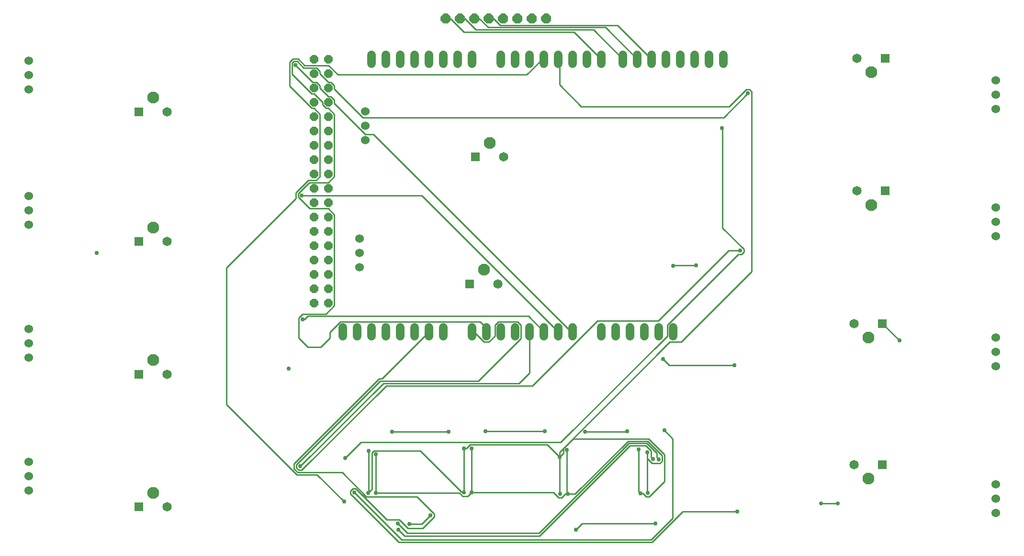
<source format=gbr>
G04 EAGLE Gerber RS-274X export*
G75*
%MOMM*%
%FSLAX34Y34*%
%LPD*%
%INBottom Copper*%
%IPPOS*%
%AMOC8*
5,1,8,0,0,1.08239X$1,22.5*%
G01*
%ADD10R,1.650000X1.650000*%
%ADD11C,2.100000*%
%ADD12C,1.650000*%
%ADD13C,1.524000*%
%ADD14P,1.924489X8X112.500000*%
%ADD15C,1.524000*%
%ADD16P,1.649562X8X292.500000*%
%ADD17C,0.756400*%
%ADD18C,0.254000*%
%ADD19C,0.706400*%


D10*
X220000Y810000D03*
D11*
X245000Y835000D03*
D12*
X270000Y810000D03*
D10*
X220000Y580000D03*
D11*
X245000Y605000D03*
D12*
X270000Y580000D03*
D10*
X220000Y345000D03*
D11*
X245000Y370000D03*
D12*
X270000Y345000D03*
D13*
X25000Y900400D03*
X25000Y875000D03*
X25000Y849600D03*
X25000Y660400D03*
X25000Y635000D03*
X25000Y609600D03*
X25000Y425400D03*
X25000Y400000D03*
X25000Y374600D03*
D10*
X220000Y110000D03*
D11*
X245000Y135000D03*
D12*
X270000Y110000D03*
D13*
X25000Y190400D03*
X25000Y165000D03*
X25000Y139600D03*
D10*
X805000Y505000D03*
D11*
X830000Y530000D03*
D12*
X855000Y505000D03*
D13*
X610000Y585400D03*
X610000Y560000D03*
X610000Y534600D03*
D10*
X815000Y730000D03*
D11*
X840000Y755000D03*
D12*
X865000Y730000D03*
D13*
X620000Y810400D03*
X620000Y785000D03*
X620000Y759600D03*
D10*
X1540000Y905000D03*
D11*
X1515000Y880000D03*
D12*
X1490000Y905000D03*
D13*
X1735000Y814600D03*
X1735000Y840000D03*
X1735000Y865400D03*
D10*
X1540000Y670000D03*
D11*
X1515000Y645000D03*
D12*
X1490000Y670000D03*
D13*
X1735000Y589600D03*
X1735000Y615000D03*
X1735000Y640400D03*
D10*
X1535000Y435000D03*
D11*
X1510000Y410000D03*
D12*
X1485000Y435000D03*
D13*
X1735000Y359600D03*
X1735000Y385000D03*
X1735000Y410400D03*
D10*
X1535000Y185000D03*
D11*
X1510000Y160000D03*
D12*
X1485000Y185000D03*
D13*
X1735000Y99600D03*
X1735000Y125000D03*
X1735000Y150400D03*
D14*
X762100Y975000D03*
X787500Y975000D03*
X812900Y975000D03*
X838300Y975000D03*
X863700Y975000D03*
X889100Y975000D03*
X914500Y975000D03*
X939900Y975000D03*
D15*
X1164800Y428020D02*
X1164800Y412780D01*
X1139400Y412780D02*
X1139400Y428020D01*
X1114000Y428020D02*
X1114000Y412780D01*
X1088600Y412780D02*
X1088600Y428020D01*
X1063200Y428020D02*
X1063200Y412780D01*
X1037800Y412780D02*
X1037800Y428020D01*
X987000Y428020D02*
X987000Y412780D01*
X961600Y412780D02*
X961600Y428020D01*
X936200Y428020D02*
X936200Y412780D01*
X910800Y412780D02*
X910800Y428020D01*
X885400Y428020D02*
X885400Y412780D01*
X860000Y412780D02*
X860000Y428020D01*
X834600Y428020D02*
X834600Y412780D01*
X809200Y412780D02*
X809200Y428020D01*
X758400Y428020D02*
X758400Y412780D01*
X733000Y412780D02*
X733000Y428020D01*
X707600Y428020D02*
X707600Y412780D01*
X682200Y412780D02*
X682200Y428020D01*
X656800Y428020D02*
X656800Y412780D01*
X631400Y412780D02*
X631400Y428020D01*
X606000Y428020D02*
X606000Y412780D01*
X580600Y412780D02*
X580600Y428020D01*
X631400Y895380D02*
X631400Y910620D01*
X656800Y910620D02*
X656800Y895380D01*
X682200Y895380D02*
X682200Y910620D01*
X707600Y910620D02*
X707600Y895380D01*
X733000Y895380D02*
X733000Y910620D01*
X758400Y910620D02*
X758400Y895380D01*
X783800Y895380D02*
X783800Y910620D01*
X809200Y910620D02*
X809200Y895380D01*
X860000Y895380D02*
X860000Y910620D01*
X885400Y910620D02*
X885400Y895380D01*
X910800Y895380D02*
X910800Y910620D01*
X936200Y910620D02*
X936200Y895380D01*
X961600Y895380D02*
X961600Y910620D01*
X987000Y910620D02*
X987000Y895380D01*
X1012400Y895380D02*
X1012400Y910620D01*
X1037800Y910620D02*
X1037800Y895380D01*
X1075900Y895380D02*
X1075900Y910620D01*
X1101300Y910620D02*
X1101300Y895380D01*
X1126700Y895380D02*
X1126700Y910620D01*
X1152100Y910620D02*
X1152100Y895380D01*
X1177500Y895380D02*
X1177500Y910620D01*
X1202900Y910620D02*
X1202900Y895380D01*
X1228300Y895380D02*
X1228300Y910620D01*
X1253700Y910620D02*
X1253700Y895380D01*
D16*
X555200Y903000D03*
X529800Y903000D03*
X555200Y877600D03*
X529800Y877600D03*
X555200Y852200D03*
X529800Y852200D03*
X555200Y826800D03*
X529800Y826800D03*
X555200Y801400D03*
X529800Y801400D03*
X555200Y776000D03*
X529800Y776000D03*
X555200Y750600D03*
X529800Y750600D03*
X555200Y725200D03*
X529800Y725200D03*
X555200Y699800D03*
X529800Y699800D03*
X555200Y674400D03*
X529800Y674400D03*
X555200Y649000D03*
X529800Y649000D03*
X555200Y623600D03*
X529800Y623600D03*
X555200Y598200D03*
X529800Y598200D03*
X555200Y572800D03*
X529800Y572800D03*
X555200Y547400D03*
X529800Y547400D03*
X555200Y522000D03*
X529800Y522000D03*
X555200Y496600D03*
X529800Y496600D03*
X555200Y471200D03*
X529800Y471200D03*
D17*
X145000Y560000D03*
X485000Y355000D03*
X497000Y893000D03*
D18*
X527386Y862614D01*
X534114Y862614D01*
X540214Y856514D01*
X559514Y837214D02*
X565614Y831114D01*
X983948Y420400D02*
X987000Y420400D01*
X540214Y852458D02*
X540214Y856514D01*
X540214Y852458D02*
X555458Y837214D01*
X559514Y837214D01*
X565614Y831114D02*
X565614Y824658D01*
X620258Y770014D01*
X634334Y770014D01*
X983948Y420400D01*
D17*
X508000Y662000D03*
D18*
X720000Y662000D01*
X961600Y420400D01*
D17*
X509028Y441972D03*
D18*
X512580Y441972D01*
X518438Y447830D01*
X908770Y447830D01*
X936200Y420400D01*
D17*
X505000Y182000D03*
D18*
X652000Y329000D01*
X892000Y329000D01*
X910800Y347800D01*
X910800Y420400D01*
D17*
X1297000Y843000D03*
D18*
X565614Y856514D02*
X559514Y862614D01*
X540214Y881914D02*
X534114Y888014D01*
X499724Y899576D02*
X494276Y899576D01*
X490424Y895724D01*
X544786Y822486D02*
X550886Y816386D01*
X501424Y664724D02*
X501424Y659276D01*
X502370Y409038D02*
X518438Y392970D01*
X541162Y392970D01*
X557230Y409038D01*
X557230Y419378D01*
X534114Y888014D02*
X511286Y888014D01*
X525486Y841786D02*
X529542Y841786D01*
X544786Y826542D01*
X544786Y822486D01*
X550886Y816386D02*
X554942Y816386D01*
X576286Y438434D02*
X557230Y419378D01*
X511286Y888014D02*
X499724Y899576D01*
X490424Y895724D02*
X490424Y876848D01*
X525486Y841786D01*
X521514Y684814D02*
X501424Y664724D01*
X501424Y659276D02*
X522114Y638586D01*
X509650Y451894D02*
X502370Y444614D01*
X502370Y409038D01*
X565614Y850058D02*
X565614Y856514D01*
X550622Y451894D02*
X509650Y451894D01*
X555458Y862614D02*
X559514Y862614D01*
X555458Y862614D02*
X540214Y877858D01*
X540214Y881914D01*
X554942Y684814D02*
X521514Y684814D01*
X565614Y466886D02*
X550622Y451894D01*
X576286Y438434D02*
X823566Y438434D01*
X1253986Y799986D02*
X1297000Y843000D01*
X1253986Y799986D02*
X615686Y799986D01*
X565614Y850058D01*
X554942Y816386D02*
X565614Y805714D01*
X565614Y695486D01*
X554942Y684814D01*
X554942Y638586D02*
X522114Y638586D01*
X554942Y638586D02*
X565614Y627914D01*
X565614Y466886D01*
X834600Y427400D02*
X834600Y420400D01*
X834600Y427400D02*
X823566Y438434D01*
D17*
X1283000Y564000D03*
D18*
X838914Y402366D02*
X830286Y402366D01*
X849586Y432334D02*
X855686Y438434D01*
X889714Y438434D02*
X895814Y432334D01*
X498424Y184724D02*
X498424Y179276D01*
X502276Y175424D01*
X507724Y175424D01*
X809200Y420400D02*
X812252Y420400D01*
X1138434Y439434D02*
X1263000Y564000D01*
X1283000Y564000D01*
X830286Y402366D02*
X812252Y420400D01*
X895814Y408466D02*
X820412Y333064D01*
X895814Y408466D02*
X895814Y432334D01*
X657236Y324936D02*
X507724Y175424D01*
X838914Y402366D02*
X849586Y413038D01*
X849586Y432334D01*
X820412Y333064D02*
X646764Y333064D01*
X498424Y184724D01*
X855686Y438434D02*
X889714Y438434D01*
X1030486Y439434D02*
X1138434Y439434D01*
X915988Y324936D02*
X657236Y324936D01*
X915988Y324936D02*
X1030486Y439434D01*
D17*
X1565000Y405000D03*
D18*
X1535000Y435000D01*
D17*
X1273000Y360920D03*
D18*
X1158080Y360920D01*
X1147000Y372000D01*
D17*
X1147000Y372000D03*
D18*
X1426416Y116280D02*
X1455880Y116280D01*
D19*
X1426416Y116280D03*
X1455880Y116280D03*
D17*
X1278000Y102000D03*
D18*
X594424Y133276D02*
X594424Y138724D01*
X598276Y142576D01*
X603724Y142576D01*
X680724Y87576D02*
X684576Y83724D01*
X500593Y171360D02*
X494360Y177593D01*
X494360Y186407D01*
X645081Y337128D01*
X1181747Y102000D02*
X1278000Y102000D01*
X649728Y337128D02*
X645081Y337128D01*
X649728Y337128D02*
X733000Y420400D01*
X1127683Y47936D02*
X1181747Y102000D01*
X684576Y83724D02*
X684576Y83124D01*
X695276Y72424D01*
X658724Y87576D02*
X603724Y142576D01*
X658724Y87576D02*
X680724Y87576D01*
X679764Y47936D02*
X1127683Y47936D01*
X679764Y47936D02*
X594424Y133276D01*
X695276Y72424D02*
X721724Y72424D01*
X741952Y92652D01*
X741952Y98100D01*
X711627Y128424D01*
X622276Y128424D01*
X579340Y171360D02*
X500593Y171360D01*
X579340Y171360D02*
X622276Y128424D01*
D17*
X668000Y243000D03*
X767926Y242926D03*
D18*
X668074Y242926D01*
X668000Y243000D01*
D17*
X833000Y244000D03*
D18*
X938000Y244000D01*
D17*
X938000Y244000D03*
X1009000Y243000D03*
X1083000Y244000D03*
D18*
X1082000Y243000D01*
X1009000Y243000D01*
D17*
X584350Y196650D03*
D18*
X965988Y224640D02*
X1154386Y413038D01*
X612340Y224640D02*
X584350Y196650D01*
X612340Y224640D02*
X965988Y224640D01*
X1252000Y780000D02*
X1251000Y781000D01*
D17*
X1251000Y781000D03*
D18*
X1252000Y780000D02*
X1252000Y604300D01*
X1289576Y561276D02*
X1285724Y557424D01*
X1289576Y561276D02*
X1289576Y566724D01*
X1279476Y557424D02*
X1154386Y432334D01*
X1279476Y557424D02*
X1285724Y557424D01*
X1289576Y566724D02*
X1252000Y604300D01*
X1154386Y432334D02*
X1154386Y413038D01*
D17*
X679000Y70000D03*
X1129000Y195000D03*
D18*
X1125752Y198248D01*
X928700Y59000D02*
X690000Y59000D01*
X679000Y70000D01*
X1125752Y198248D02*
X1125752Y209548D01*
X1088276Y218576D02*
X928700Y59000D01*
X1116724Y218576D02*
X1125752Y209548D01*
X1116724Y218576D02*
X1088276Y218576D01*
D17*
X678000Y81000D03*
X1139000Y194000D03*
D18*
X1086593Y222640D02*
X927953Y64000D01*
X695000Y64000D01*
X678000Y81000D01*
X1086593Y222640D02*
X1118407Y222640D01*
X1135576Y205471D01*
X1135576Y197424D02*
X1139000Y194000D01*
X1135576Y197424D02*
X1135576Y205471D01*
D17*
X638518Y203167D03*
X639000Y135000D03*
X808000Y214000D03*
X808000Y136000D03*
X976970Y210921D03*
X978000Y133000D03*
X1119176Y206824D03*
X1120000Y135000D03*
D18*
X1119176Y135824D02*
X1119176Y206824D01*
X1119176Y135824D02*
X1120000Y135000D01*
X976970Y134030D02*
X976970Y210921D01*
X976970Y134030D02*
X978000Y133000D01*
X808000Y136000D02*
X808000Y214000D01*
X638518Y203167D02*
X638518Y135482D01*
X639000Y135000D01*
X786700Y135000D01*
X792276Y129424D01*
X801424Y129424D01*
X808000Y136000D01*
X962276Y126424D02*
X967724Y126424D01*
X952700Y136000D02*
X808000Y136000D01*
X952700Y136000D02*
X962276Y126424D01*
X974300Y133000D02*
X978000Y133000D01*
X974300Y133000D02*
X967724Y126424D01*
X978000Y133000D02*
X991205Y133000D01*
X1084909Y226704D01*
X1141724Y187424D02*
X1145576Y191276D01*
X1120091Y226704D02*
X1084909Y226704D01*
X1120091Y226704D02*
X1145576Y201219D01*
X1145576Y191276D01*
X1141724Y187424D02*
X1127276Y187424D01*
X1119176Y195525D02*
X1119176Y206824D01*
X1119176Y195525D02*
X1127276Y187424D01*
X512969Y892078D02*
X501407Y903640D01*
X492593Y903640D01*
X486360Y897407D01*
X519831Y688878D02*
X497360Y666407D01*
X933148Y903000D02*
X936200Y903000D01*
X497360Y656360D02*
X375000Y534000D01*
X497360Y656360D02*
X497360Y666407D01*
X533606Y688878D02*
X540214Y695486D01*
X533606Y688878D02*
X519831Y688878D01*
X525486Y816386D02*
X529542Y816386D01*
X540214Y805714D01*
X540214Y695486D01*
X905718Y875570D02*
X933148Y903000D01*
X905718Y875570D02*
X571958Y875570D01*
X555450Y892078D01*
X512969Y892078D01*
X486360Y897407D02*
X486360Y855512D01*
X525486Y816386D01*
D17*
X582676Y119676D03*
D18*
X535055Y167296D01*
X498909Y167296D01*
X375000Y291205D02*
X375000Y534000D01*
X375000Y291205D02*
X498909Y167296D01*
D17*
X735376Y95376D03*
D18*
X720000Y80000D01*
X698000Y80000D01*
D17*
X698000Y80000D03*
X1133574Y80574D03*
D18*
X1003574Y80574D01*
X992876Y69876D01*
D17*
X992876Y69876D03*
X625818Y209167D03*
X625000Y135000D03*
X795000Y214000D03*
X795000Y136000D03*
X963818Y198569D03*
X965000Y133000D03*
X1104000Y212000D03*
X1107000Y134000D03*
D18*
X1104000Y137000D02*
X1104000Y212000D01*
X1104000Y137000D02*
X1107000Y134000D01*
X963818Y134182D02*
X963818Y198569D01*
X963818Y134182D02*
X965000Y133000D01*
X795000Y137000D02*
X795000Y214000D01*
X795000Y137000D02*
X795000Y136000D01*
X625818Y135818D02*
X625818Y209167D01*
X625818Y135818D02*
X625000Y135000D01*
X631942Y205891D02*
X635794Y209743D01*
X790448Y137000D02*
X795000Y137000D01*
X631942Y141942D02*
X625000Y135000D01*
X631942Y141942D02*
X631942Y205891D01*
X635794Y209743D02*
X717705Y209743D01*
X790448Y137000D01*
X795000Y214000D02*
X798700Y214000D01*
X805276Y220576D01*
X941811Y220576D01*
X963818Y198569D01*
X1117276Y128424D02*
X1122724Y128424D01*
X1149640Y202902D02*
X1121774Y230768D01*
X970394Y205145D02*
X963818Y198569D01*
X970394Y205145D02*
X970394Y213645D01*
X987517Y230768D01*
X1121774Y230768D01*
X1149640Y202902D02*
X1149640Y155340D01*
X1122724Y128424D01*
X1117276Y128424D02*
X1111700Y134000D01*
X1107000Y134000D01*
X963818Y900782D02*
X961600Y903000D01*
X1299724Y849576D02*
X1303576Y845724D01*
X1299724Y849576D02*
X1294276Y849576D01*
X963818Y857654D02*
X963818Y900782D01*
X1002402Y819070D02*
X1263770Y819070D01*
X1002402Y819070D02*
X963818Y857654D01*
X1263770Y819070D02*
X1294276Y849576D01*
X963818Y207118D02*
X963818Y198569D01*
X963818Y207118D02*
X1159066Y402366D01*
X1179114Y402366D01*
X1303576Y526828D01*
X1303576Y845724D01*
D17*
X1149000Y246000D03*
D18*
X1164000Y231000D01*
X1164000Y90000D01*
X1126000Y52000D01*
X685000Y52000D01*
X601000Y136000D01*
D17*
X601000Y136000D03*
X1164306Y537000D03*
D18*
X1165306Y538000D01*
X1205694Y538000D01*
D17*
X1205694Y538000D03*
D18*
X1037800Y903000D02*
X989676Y951124D01*
X770976Y975000D02*
X762100Y975000D01*
X794852Y951124D02*
X989676Y951124D01*
X794852Y951124D02*
X770976Y975000D01*
X1023712Y955188D02*
X1075900Y903000D01*
X796376Y975000D02*
X787500Y975000D01*
X816188Y955188D02*
X1023712Y955188D01*
X816188Y955188D02*
X796376Y975000D01*
X1045048Y959252D02*
X1101300Y903000D01*
X821776Y975000D02*
X812900Y975000D01*
X837524Y959252D02*
X1045048Y959252D01*
X837524Y959252D02*
X821776Y975000D01*
X838300Y975000D02*
X847176Y975000D01*
X858860Y963316D01*
X1066384Y963316D02*
X1126700Y903000D01*
X1066384Y963316D02*
X858860Y963316D01*
M02*

</source>
